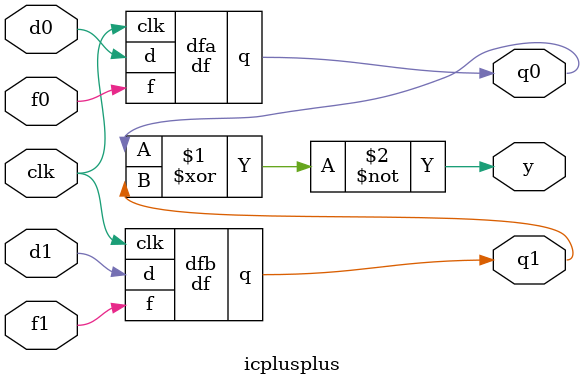
<source format=v>
`timescale 1ns / 1ps

module df(
    input d,
    input f,
    input clk,
    output reg q
    );
    
    initial begin
        q = 0;
    end
    
    // write your code here

    always @(posedge clk)
    begin
        if((~d) && (~f)) q <= 1;
        else if((~d) && (f)) q <= q;
        else if((d) && (~f)) q <= 0;
        else  q <= ~q;
    end


endmodule


module icplusplus(
    input d0,
    input f0,
    input d1,
    input f1,
    input clk,
    output q0,
    output q1,
    output y
    );
    
    df dfa(d0, f0, clk, q0);
    df dfb(d1, f1, clk, q1);
    assign y = ~(q0 ^ q1);
    
    
endmodule

</source>
